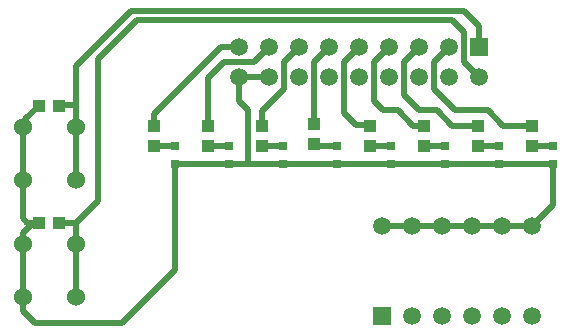
<source format=gtl>
G04*
G04 #@! TF.GenerationSoftware,Altium Limited,Altium Designer,24.5.2 (23)*
G04*
G04 Layer_Physical_Order=1*
G04 Layer_Color=255*
%FSLAX44Y44*%
%MOMM*%
G71*
G04*
G04 #@! TF.SameCoordinates,B26EB2D3-40D5-4C0D-8AB9-A0D858DAE7C2*
G04*
G04*
G04 #@! TF.FilePolarity,Positive*
G04*
G01*
G75*
%ADD13R,1.1000X1.0000*%
%ADD14R,0.8000X0.8000*%
%ADD15R,1.0000X1.1000*%
%ADD24C,0.5080*%
%ADD25C,1.5240*%
%ADD26R,1.5000X1.5000*%
%ADD27C,1.5000*%
%ADD28R,1.5000X1.5000*%
%ADD29C,1.5000*%
D13*
X64652Y210058D02*
D03*
X81652D02*
D03*
X64652Y110998D02*
D03*
X81652D02*
D03*
D14*
X179832Y175418D02*
D03*
Y160418D02*
D03*
X225552Y175418D02*
D03*
Y160418D02*
D03*
X271272Y175418D02*
D03*
Y160418D02*
D03*
X316992Y175418D02*
D03*
Y160418D02*
D03*
X362712Y175418D02*
D03*
Y160418D02*
D03*
X408432Y175418D02*
D03*
Y160418D02*
D03*
X454152Y175418D02*
D03*
Y160418D02*
D03*
X499872Y175418D02*
D03*
Y160418D02*
D03*
D15*
X162052Y176158D02*
D03*
Y193158D02*
D03*
X207772Y176158D02*
D03*
Y193158D02*
D03*
X253492Y176158D02*
D03*
Y193158D02*
D03*
X297180Y177428D02*
D03*
Y194428D02*
D03*
X344932Y176158D02*
D03*
Y193158D02*
D03*
X390652Y176158D02*
D03*
Y193158D02*
D03*
X436372Y176158D02*
D03*
Y193158D02*
D03*
X482092Y176158D02*
D03*
Y193158D02*
D03*
D24*
X114300Y129646D02*
Y249428D01*
X147320Y282448D01*
X414020D01*
X95652Y243480D02*
X142240Y290068D01*
X424180D01*
X95652Y210338D02*
Y243480D01*
X414020Y282448D02*
X424180Y272288D01*
X81932Y210338D02*
X95652D01*
X424180Y246888D02*
Y272288D01*
Y246888D02*
X436880Y234188D01*
Y259588D02*
Y277368D01*
X424180Y290068D02*
X436880Y277368D01*
X347980Y246888D02*
X360680Y259588D01*
X347980Y213868D02*
Y246888D01*
X401320Y206248D02*
X414410Y193158D01*
X386080Y206248D02*
X401320D01*
X444500D02*
X457590Y193158D01*
X414410D02*
X436372D01*
X416560Y206248D02*
X444500D01*
X398780Y224028D02*
X416560Y206248D01*
X457590Y193158D02*
X482092D01*
X233680Y213868D02*
Y234188D01*
Y213868D02*
X241300Y206248D01*
Y160418D02*
X271272D01*
X225552D02*
X241300D01*
Y206248D01*
X233680Y234188D02*
X259080D01*
X179832Y71120D02*
Y160418D01*
X134620Y25908D02*
X179832Y71120D01*
X60960Y25908D02*
X134620D01*
X50652Y36216D02*
X60960Y25908D01*
X50652Y36216D02*
Y47858D01*
X297180Y191888D02*
Y246888D01*
X381390Y193158D02*
X390652D01*
X355600Y206248D02*
X368300D01*
X381390Y193158D01*
X347980Y213868D02*
X355600Y206248D01*
X398780Y224028D02*
Y246888D01*
X411480Y259588D01*
X162052Y193158D02*
Y203200D01*
X218440Y259588D01*
X233680D01*
X95652Y110998D02*
X114300Y129646D01*
X95652Y99442D02*
Y110998D01*
Y92858D02*
Y94802D01*
X81652Y110998D02*
X95250D01*
X95652Y94802D02*
Y99442D01*
X95250Y110998D02*
X95652Y110596D01*
Y191918D02*
Y210338D01*
Y146918D02*
Y191918D01*
X373380Y218948D02*
X386080Y206248D01*
X373380Y218948D02*
Y246888D01*
X386080Y259588D01*
X332740Y193548D02*
X344542D01*
X344932Y193158D01*
X322580Y203708D02*
X332740Y193548D01*
X322580Y246888D02*
X335280Y259588D01*
X322580Y203708D02*
Y246888D01*
X297180D02*
X309880Y259588D01*
X253492Y193158D02*
Y205740D01*
X271780Y224028D01*
Y246888D01*
X284480Y259588D01*
X207772Y193158D02*
Y233680D01*
X220980Y246888D02*
X246380D01*
X207772Y233680D02*
X220980Y246888D01*
X246380D02*
X259080Y259588D01*
X499872Y126238D02*
Y160418D01*
X482092Y108458D02*
X499872Y126238D01*
X456692Y108458D02*
X482092D01*
X431292D02*
X456692D01*
X405892D02*
X431292D01*
X380492D02*
X405892D01*
X355092D02*
X380492D01*
X95652Y47858D02*
Y92858D01*
X93708Y94802D02*
X95652Y92858D01*
X50652Y146918D02*
Y191918D01*
X54610Y110998D02*
X64652D01*
X50652Y114956D02*
Y146918D01*
Y114956D02*
X54610Y110998D01*
X50851Y102159D02*
X57481Y108789D01*
X62443D02*
X64652Y110998D01*
X50652Y92858D02*
X50851Y93057D01*
Y102159D01*
X57481Y108789D02*
X62443D01*
X50652Y47858D02*
Y92858D01*
X52596Y193862D02*
Y198502D01*
X64152Y210058D02*
X64652D01*
X52596Y198502D02*
X64152Y210058D01*
X50652Y191918D02*
X52596Y193862D01*
X454152Y160418D02*
X499872D01*
X408432D02*
X454152D01*
X362712D02*
X408432D01*
X316992D02*
X362712D01*
X271272D02*
X316992D01*
X179832D02*
X225552D01*
X482462Y175788D02*
X499502D01*
X482092Y176158D02*
X482462Y175788D01*
X499502D02*
X499872Y175418D01*
X453782Y175788D02*
X454152Y175418D01*
X436372Y176158D02*
X436742Y175788D01*
X453782D01*
X391022D02*
X408062D01*
X408432Y175418D01*
X390652Y176158D02*
X391022Y175788D01*
X345302D02*
X362342D01*
X344932Y176158D02*
X345302Y175788D01*
X362342D02*
X362712Y175418D01*
X299582Y175788D02*
X316622D01*
X299212Y176158D02*
X299582Y175788D01*
X316622D02*
X316992Y175418D01*
X253492Y176158D02*
X253862Y175788D01*
X270902D01*
X271272Y175418D01*
X208142Y175788D02*
X225182D01*
X207772Y176158D02*
X208142Y175788D01*
X225182D02*
X225552Y175418D01*
X162422Y175788D02*
X179462D01*
X162052Y176158D02*
X162422Y175788D01*
X179462D02*
X179832Y175418D01*
D25*
X50652Y191918D02*
D03*
X95652D02*
D03*
X50652Y146918D02*
D03*
X95652D02*
D03*
X50652Y92858D02*
D03*
X95652D02*
D03*
X50652Y47858D02*
D03*
X95652D02*
D03*
D26*
X436880Y259588D02*
D03*
D27*
X233680Y234188D02*
D03*
Y259588D02*
D03*
X259080Y234188D02*
D03*
Y259588D02*
D03*
X284480Y234188D02*
D03*
Y259588D02*
D03*
X309880Y234188D02*
D03*
Y259588D02*
D03*
X335280Y234188D02*
D03*
Y259588D02*
D03*
X360680Y234188D02*
D03*
Y259588D02*
D03*
X386080Y234188D02*
D03*
Y259588D02*
D03*
X411480Y234188D02*
D03*
Y259588D02*
D03*
X436880Y234188D02*
D03*
X482092Y32258D02*
D03*
X355092Y108458D02*
D03*
X380492D02*
D03*
X405892D02*
D03*
X431292D02*
D03*
X456692D02*
D03*
X482092D02*
D03*
D28*
X355092Y32258D02*
D03*
D29*
X380492D02*
D03*
X405892D02*
D03*
X431292D02*
D03*
X456692D02*
D03*
M02*

</source>
